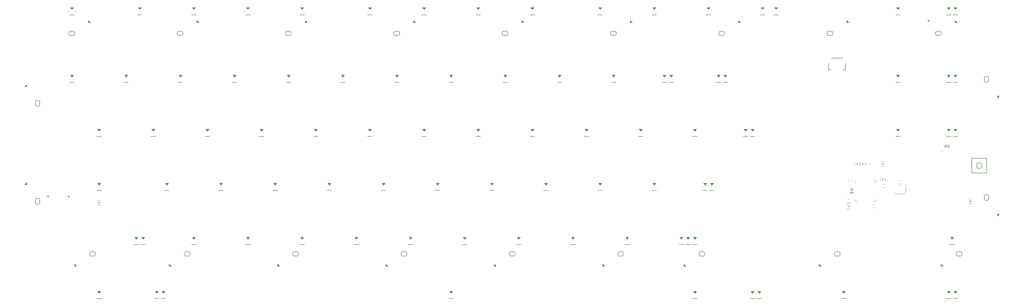
<source format=gbr>
%TF.GenerationSoftware,KiCad,Pcbnew,(5.1.10)-1*%
%TF.CreationDate,2021-12-21T07:20:54+07:00*%
%TF.ProjectId,solder,736f6c64-6572-42e6-9b69-6361645f7063,rev?*%
%TF.SameCoordinates,Original*%
%TF.FileFunction,Legend,Bot*%
%TF.FilePolarity,Positive*%
%FSLAX46Y46*%
G04 Gerber Fmt 4.6, Leading zero omitted, Abs format (unit mm)*
G04 Created by KiCad (PCBNEW (5.1.10)-1) date 2021-12-21 07:20:54*
%MOMM*%
%LPD*%
G01*
G04 APERTURE LIST*
%ADD10C,0.120000*%
%ADD11C,0.150000*%
%ADD12C,0.100000*%
G04 APERTURE END LIST*
D10*
%TO.C,U4*%
X339844349Y-76120690D02*
X339209349Y-76120690D01*
X339209349Y-76120690D02*
X339209349Y-76755690D01*
D11*
%TO.C,SW1*%
X353425296Y-81557881D02*
G75*
G03*
X353425296Y-81557881I-1000000J0D01*
G01*
X349825296Y-78957881D02*
X349825296Y-84157881D01*
X355025296Y-78957881D02*
X349825296Y-78957881D01*
X355025296Y-84157881D02*
X355025296Y-78957881D01*
X349825296Y-84157881D02*
X355025296Y-84157881D01*
D12*
%TO.C,R9*%
X42812536Y-94854767D02*
X42912536Y-94454767D01*
X43112536Y-94454767D02*
X43212536Y-94854767D01*
X42612536Y-94854767D02*
X42712536Y-94454767D01*
X42512536Y-94454767D02*
X42612536Y-94854767D01*
X42712536Y-94454767D02*
X42812536Y-94854767D01*
X42912536Y-94454767D02*
X43012536Y-94854767D01*
X43012536Y-94854767D02*
X43112536Y-94454767D01*
D10*
X42262536Y-95534767D02*
X43462536Y-95534767D01*
X43462536Y-93774767D02*
X42262536Y-93774767D01*
%TO.C,R8*%
X317892455Y-81842568D02*
X319092455Y-81842568D01*
X319092455Y-80082568D02*
X317892455Y-80082568D01*
D12*
X318342455Y-80762568D02*
X318242455Y-81162568D01*
X318442455Y-81162568D02*
X318342455Y-80762568D01*
X318642455Y-81162568D02*
X318542455Y-80762568D01*
X318842455Y-81162568D02*
X318742455Y-80762568D01*
X318742455Y-80762568D02*
X318642455Y-81162568D01*
X318242455Y-81162568D02*
X318142455Y-80762568D01*
X318542455Y-80762568D02*
X318442455Y-81162568D01*
%TO.C,D112*%
G36*
X67237656Y-116500096D02*
G01*
X68037656Y-116500096D01*
X68037656Y-117300096D01*
X67237656Y-116500096D01*
G37*
X67237656Y-116500096D02*
X68037656Y-116500096D01*
X68037656Y-117300096D01*
X67237656Y-116500096D01*
D11*
X72887656Y-112450096D02*
X72887656Y-112950096D01*
X74387656Y-111950096D02*
X73387656Y-111950096D01*
X74887656Y-112950096D02*
X74887656Y-112450096D01*
X73387656Y-113450096D02*
X74387656Y-113450096D01*
X74387656Y-113450096D02*
G75*
G03*
X74887656Y-112950096I0J500000D01*
G01*
X72887656Y-112950096D02*
G75*
G03*
X73387656Y-113450096I500000J0D01*
G01*
X73387656Y-111950096D02*
G75*
G03*
X72887656Y-112450096I0J-500000D01*
G01*
X74887656Y-112450096D02*
G75*
G03*
X74387656Y-111950096I-500000J0D01*
G01*
D12*
%TO.C,D111*%
G36*
X105337656Y-116500096D02*
G01*
X106137656Y-116500096D01*
X106137656Y-117300096D01*
X105337656Y-116500096D01*
G37*
X105337656Y-116500096D02*
X106137656Y-116500096D01*
X106137656Y-117300096D01*
X105337656Y-116500096D01*
D11*
X110987656Y-112450096D02*
X110987656Y-112950096D01*
X112487656Y-111950096D02*
X111487656Y-111950096D01*
X112987656Y-112950096D02*
X112987656Y-112450096D01*
X111487656Y-113450096D02*
X112487656Y-113450096D01*
X112487656Y-113450096D02*
G75*
G03*
X112987656Y-112950096I0J500000D01*
G01*
X110987656Y-112950096D02*
G75*
G03*
X111487656Y-113450096I500000J0D01*
G01*
X111487656Y-111950096D02*
G75*
G03*
X110987656Y-112450096I0J-500000D01*
G01*
X112987656Y-112450096D02*
G75*
G03*
X112487656Y-111950096I-500000J0D01*
G01*
D12*
%TO.C,D110*%
G36*
X143437656Y-116500096D02*
G01*
X144237656Y-116500096D01*
X144237656Y-117300096D01*
X143437656Y-116500096D01*
G37*
X143437656Y-116500096D02*
X144237656Y-116500096D01*
X144237656Y-117300096D01*
X143437656Y-116500096D01*
D11*
X149087656Y-112450096D02*
X149087656Y-112950096D01*
X150587656Y-111950096D02*
X149587656Y-111950096D01*
X151087656Y-112950096D02*
X151087656Y-112450096D01*
X149587656Y-113450096D02*
X150587656Y-113450096D01*
X150587656Y-113450096D02*
G75*
G03*
X151087656Y-112950096I0J500000D01*
G01*
X149087656Y-112950096D02*
G75*
G03*
X149587656Y-113450096I500000J0D01*
G01*
X149587656Y-111950096D02*
G75*
G03*
X149087656Y-112450096I0J-500000D01*
G01*
X151087656Y-112450096D02*
G75*
G03*
X150587656Y-111950096I-500000J0D01*
G01*
D12*
%TO.C,D109*%
G36*
X181537656Y-116500096D02*
G01*
X182337656Y-116500096D01*
X182337656Y-117300096D01*
X181537656Y-116500096D01*
G37*
X181537656Y-116500096D02*
X182337656Y-116500096D01*
X182337656Y-117300096D01*
X181537656Y-116500096D01*
D11*
X187187656Y-112450096D02*
X187187656Y-112950096D01*
X188687656Y-111950096D02*
X187687656Y-111950096D01*
X189187656Y-112950096D02*
X189187656Y-112450096D01*
X187687656Y-113450096D02*
X188687656Y-113450096D01*
X188687656Y-113450096D02*
G75*
G03*
X189187656Y-112950096I0J500000D01*
G01*
X187187656Y-112950096D02*
G75*
G03*
X187687656Y-113450096I500000J0D01*
G01*
X187687656Y-111950096D02*
G75*
G03*
X187187656Y-112450096I0J-500000D01*
G01*
X189187656Y-112450096D02*
G75*
G03*
X188687656Y-111950096I-500000J0D01*
G01*
D12*
%TO.C,D107*%
G36*
X219637688Y-116500096D02*
G01*
X220437688Y-116500096D01*
X220437688Y-117300096D01*
X219637688Y-116500096D01*
G37*
X219637688Y-116500096D02*
X220437688Y-116500096D01*
X220437688Y-117300096D01*
X219637688Y-116500096D01*
D11*
X225287688Y-112450096D02*
X225287688Y-112950096D01*
X226787688Y-111950096D02*
X225787688Y-111950096D01*
X227287688Y-112950096D02*
X227287688Y-112450096D01*
X225787688Y-113450096D02*
X226787688Y-113450096D01*
X226787688Y-113450096D02*
G75*
G03*
X227287688Y-112950096I0J500000D01*
G01*
X225287688Y-112950096D02*
G75*
G03*
X225787688Y-113450096I500000J0D01*
G01*
X225787688Y-111950096D02*
G75*
G03*
X225287688Y-112450096I0J-500000D01*
G01*
X227287688Y-112450096D02*
G75*
G03*
X226787688Y-111950096I-500000J0D01*
G01*
D12*
%TO.C,D106*%
G36*
X248212712Y-116500096D02*
G01*
X249012712Y-116500096D01*
X249012712Y-117300096D01*
X248212712Y-116500096D01*
G37*
X248212712Y-116500096D02*
X249012712Y-116500096D01*
X249012712Y-117300096D01*
X248212712Y-116500096D01*
D11*
X253862712Y-112450096D02*
X253862712Y-112950096D01*
X255362712Y-111950096D02*
X254362712Y-111950096D01*
X255862712Y-112950096D02*
X255862712Y-112450096D01*
X254362712Y-113450096D02*
X255362712Y-113450096D01*
X255362712Y-113450096D02*
G75*
G03*
X255862712Y-112950096I0J500000D01*
G01*
X253862712Y-112950096D02*
G75*
G03*
X254362712Y-113450096I500000J0D01*
G01*
X254362712Y-111950096D02*
G75*
G03*
X253862712Y-112450096I0J-500000D01*
G01*
X255862712Y-112450096D02*
G75*
G03*
X255362712Y-111950096I-500000J0D01*
G01*
D12*
%TO.C,D100*%
G36*
X295837752Y-116500096D02*
G01*
X296637752Y-116500096D01*
X296637752Y-117300096D01*
X295837752Y-116500096D01*
G37*
X295837752Y-116500096D02*
X296637752Y-116500096D01*
X296637752Y-117300096D01*
X295837752Y-116500096D01*
D11*
X301487752Y-112450096D02*
X301487752Y-112950096D01*
X302987752Y-111950096D02*
X301987752Y-111950096D01*
X303487752Y-112950096D02*
X303487752Y-112450096D01*
X301987752Y-113450096D02*
X302987752Y-113450096D01*
X302987752Y-113450096D02*
G75*
G03*
X303487752Y-112950096I0J500000D01*
G01*
X301487752Y-112950096D02*
G75*
G03*
X301987752Y-113450096I500000J0D01*
G01*
X301987752Y-111950096D02*
G75*
G03*
X301487752Y-112450096I0J-500000D01*
G01*
X303487752Y-112450096D02*
G75*
G03*
X302987752Y-111950096I-500000J0D01*
G01*
D12*
%TO.C,D99*%
G36*
X338700288Y-116500096D02*
G01*
X339500288Y-116500096D01*
X339500288Y-117300096D01*
X338700288Y-116500096D01*
G37*
X338700288Y-116500096D02*
X339500288Y-116500096D01*
X339500288Y-117300096D01*
X338700288Y-116500096D01*
D11*
X344350288Y-112450096D02*
X344350288Y-112950096D01*
X345850288Y-111950096D02*
X344850288Y-111950096D01*
X346350288Y-112950096D02*
X346350288Y-112450096D01*
X344850288Y-113450096D02*
X345850288Y-113450096D01*
X345850288Y-113450096D02*
G75*
G03*
X346350288Y-112950096I0J500000D01*
G01*
X344350288Y-112950096D02*
G75*
G03*
X344850288Y-113450096I500000J0D01*
G01*
X344850288Y-111950096D02*
G75*
G03*
X344350288Y-112450096I0J-500000D01*
G01*
X346350288Y-112450096D02*
G75*
G03*
X345850288Y-111950096I-500000J0D01*
G01*
D12*
%TO.C,D95*%
G36*
X358792487Y-99450080D02*
G01*
X358792487Y-98650080D01*
X359592487Y-98650080D01*
X358792487Y-99450080D01*
G37*
X358792487Y-99450080D02*
X358792487Y-98650080D01*
X359592487Y-98650080D01*
X358792487Y-99450080D01*
D11*
X354742487Y-93800080D02*
X355242487Y-93800080D01*
X354242487Y-92300080D02*
X354242487Y-93300080D01*
X355242487Y-91800080D02*
X354742487Y-91800080D01*
X355742487Y-93300080D02*
X355742487Y-92300080D01*
X355742487Y-92300080D02*
G75*
G03*
X355242487Y-91800080I-500000J0D01*
G01*
X355242487Y-93800080D02*
G75*
G03*
X355742487Y-93300080I0J500000D01*
G01*
X354242487Y-93300080D02*
G75*
G03*
X354742487Y-93800080I500000J0D01*
G01*
X354742487Y-91800080D02*
G75*
G03*
X354242487Y-92300080I0J-500000D01*
G01*
D12*
%TO.C,D94*%
G36*
X33900032Y-116500096D02*
G01*
X34700032Y-116500096D01*
X34700032Y-117300096D01*
X33900032Y-116500096D01*
G37*
X33900032Y-116500096D02*
X34700032Y-116500096D01*
X34700032Y-117300096D01*
X33900032Y-116500096D01*
D11*
X39550032Y-112450096D02*
X39550032Y-112950096D01*
X41050032Y-111950096D02*
X40050032Y-111950096D01*
X41550032Y-112950096D02*
X41550032Y-112450096D01*
X40050032Y-113450096D02*
X41050032Y-113450096D01*
X41050032Y-113450096D02*
G75*
G03*
X41550032Y-112950096I0J500000D01*
G01*
X39550032Y-112950096D02*
G75*
G03*
X40050032Y-113450096I500000J0D01*
G01*
X40050032Y-111950096D02*
G75*
G03*
X39550032Y-112450096I0J-500000D01*
G01*
X41550032Y-112450096D02*
G75*
G03*
X41050032Y-111950096I-500000J0D01*
G01*
D12*
%TO.C,D89*%
G36*
X17445329Y-87478202D02*
G01*
X17445329Y-88278202D01*
X16645329Y-88278202D01*
X17445329Y-87478202D01*
G37*
X17445329Y-87478202D02*
X17445329Y-88278202D01*
X16645329Y-88278202D01*
X17445329Y-87478202D01*
D11*
X21495329Y-93128202D02*
X20995329Y-93128202D01*
X21995329Y-94628202D02*
X21995329Y-93628202D01*
X20995329Y-95128202D02*
X21495329Y-95128202D01*
X20495329Y-93628202D02*
X20495329Y-94628202D01*
X20495329Y-94628202D02*
G75*
G03*
X20995329Y-95128202I500000J0D01*
G01*
X20995329Y-93128202D02*
G75*
G03*
X20495329Y-93628202I0J-500000D01*
G01*
X21995329Y-93628202D02*
G75*
G03*
X21495329Y-93128202I-500000J0D01*
G01*
X21495329Y-95128202D02*
G75*
G03*
X21995329Y-94628202I0J500000D01*
G01*
D12*
%TO.C,D88*%
G36*
X17445329Y-52950048D02*
G01*
X17445329Y-53750048D01*
X16645329Y-53750048D01*
X17445329Y-52950048D01*
G37*
X17445329Y-52950048D02*
X17445329Y-53750048D01*
X16645329Y-53750048D01*
X17445329Y-52950048D01*
D11*
X21495329Y-58600048D02*
X20995329Y-58600048D01*
X21995329Y-60100048D02*
X21995329Y-59100048D01*
X20995329Y-60600048D02*
X21495329Y-60600048D01*
X20495329Y-59100048D02*
X20495329Y-60100048D01*
X20495329Y-60100048D02*
G75*
G03*
X20995329Y-60600048I500000J0D01*
G01*
X20995329Y-58600048D02*
G75*
G03*
X20495329Y-59100048I0J-500000D01*
G01*
X21995329Y-59100048D02*
G75*
G03*
X21495329Y-58600048I-500000J0D01*
G01*
X21495329Y-60600048D02*
G75*
G03*
X21995329Y-60100048I0J500000D01*
G01*
D12*
%TO.C,D85*%
G36*
X39918780Y-31137528D02*
G01*
X39118780Y-31137528D01*
X39118780Y-30337528D01*
X39918780Y-31137528D01*
G37*
X39918780Y-31137528D02*
X39118780Y-31137528D01*
X39118780Y-30337528D01*
X39918780Y-31137528D01*
D11*
X34268780Y-35187528D02*
X34268780Y-34687528D01*
X32768780Y-35687528D02*
X33768780Y-35687528D01*
X32268780Y-34687528D02*
X32268780Y-35187528D01*
X33768780Y-34187528D02*
X32768780Y-34187528D01*
X32768780Y-34187528D02*
G75*
G03*
X32268780Y-34687528I0J-500000D01*
G01*
X34268780Y-34687528D02*
G75*
G03*
X33768780Y-34187528I-500000J0D01*
G01*
X33768780Y-35687528D02*
G75*
G03*
X34268780Y-35187528I0J500000D01*
G01*
X32268780Y-35187528D02*
G75*
G03*
X32768780Y-35687528I500000J0D01*
G01*
D12*
%TO.C,D76*%
G36*
X78018780Y-31137528D02*
G01*
X77218780Y-31137528D01*
X77218780Y-30337528D01*
X78018780Y-31137528D01*
G37*
X78018780Y-31137528D02*
X77218780Y-31137528D01*
X77218780Y-30337528D01*
X78018780Y-31137528D01*
D11*
X72368780Y-35187528D02*
X72368780Y-34687528D01*
X70868780Y-35687528D02*
X71868780Y-35687528D01*
X70368780Y-34687528D02*
X70368780Y-35187528D01*
X71868780Y-34187528D02*
X70868780Y-34187528D01*
X70868780Y-34187528D02*
G75*
G03*
X70368780Y-34687528I0J-500000D01*
G01*
X72368780Y-34687528D02*
G75*
G03*
X71868780Y-34187528I-500000J0D01*
G01*
X71868780Y-35687528D02*
G75*
G03*
X72368780Y-35187528I0J500000D01*
G01*
X70368780Y-35187528D02*
G75*
G03*
X70868780Y-35687528I500000J0D01*
G01*
D12*
%TO.C,D72*%
G36*
X116118780Y-31137528D02*
G01*
X115318780Y-31137528D01*
X115318780Y-30337528D01*
X116118780Y-31137528D01*
G37*
X116118780Y-31137528D02*
X115318780Y-31137528D01*
X115318780Y-30337528D01*
X116118780Y-31137528D01*
D11*
X110468780Y-35187528D02*
X110468780Y-34687528D01*
X108968780Y-35687528D02*
X109968780Y-35687528D01*
X108468780Y-34687528D02*
X108468780Y-35187528D01*
X109968780Y-34187528D02*
X108968780Y-34187528D01*
X108968780Y-34187528D02*
G75*
G03*
X108468780Y-34687528I0J-500000D01*
G01*
X110468780Y-34687528D02*
G75*
G03*
X109968780Y-34187528I-500000J0D01*
G01*
X109968780Y-35687528D02*
G75*
G03*
X110468780Y-35187528I0J500000D01*
G01*
X108468780Y-35187528D02*
G75*
G03*
X108968780Y-35687528I500000J0D01*
G01*
D12*
%TO.C,D66*%
G36*
X154218780Y-31137528D02*
G01*
X153418780Y-31137528D01*
X153418780Y-30337528D01*
X154218780Y-31137528D01*
G37*
X154218780Y-31137528D02*
X153418780Y-31137528D01*
X153418780Y-30337528D01*
X154218780Y-31137528D01*
D11*
X148568780Y-35187528D02*
X148568780Y-34687528D01*
X147068780Y-35687528D02*
X148068780Y-35687528D01*
X146568780Y-34687528D02*
X146568780Y-35187528D01*
X148068780Y-34187528D02*
X147068780Y-34187528D01*
X147068780Y-34187528D02*
G75*
G03*
X146568780Y-34687528I0J-500000D01*
G01*
X148568780Y-34687528D02*
G75*
G03*
X148068780Y-34187528I-500000J0D01*
G01*
X148068780Y-35687528D02*
G75*
G03*
X148568780Y-35187528I0J500000D01*
G01*
X146568780Y-35187528D02*
G75*
G03*
X147068780Y-35687528I500000J0D01*
G01*
D12*
%TO.C,D60*%
G36*
X192318780Y-31137528D02*
G01*
X191518780Y-31137528D01*
X191518780Y-30337528D01*
X192318780Y-31137528D01*
G37*
X192318780Y-31137528D02*
X191518780Y-31137528D01*
X191518780Y-30337528D01*
X192318780Y-31137528D01*
D11*
X186668780Y-35187528D02*
X186668780Y-34687528D01*
X185168780Y-35687528D02*
X186168780Y-35687528D01*
X184668780Y-34687528D02*
X184668780Y-35187528D01*
X186168780Y-34187528D02*
X185168780Y-34187528D01*
X185168780Y-34187528D02*
G75*
G03*
X184668780Y-34687528I0J-500000D01*
G01*
X186668780Y-34687528D02*
G75*
G03*
X186168780Y-34187528I-500000J0D01*
G01*
X186168780Y-35687528D02*
G75*
G03*
X186668780Y-35187528I0J500000D01*
G01*
X184668780Y-35187528D02*
G75*
G03*
X185168780Y-35687528I500000J0D01*
G01*
D12*
%TO.C,D54*%
G36*
X230418780Y-31137528D02*
G01*
X229618780Y-31137528D01*
X229618780Y-30337528D01*
X230418780Y-31137528D01*
G37*
X230418780Y-31137528D02*
X229618780Y-31137528D01*
X229618780Y-30337528D01*
X230418780Y-31137528D01*
D11*
X224768780Y-35187528D02*
X224768780Y-34687528D01*
X223268780Y-35687528D02*
X224268780Y-35687528D01*
X222768780Y-34687528D02*
X222768780Y-35187528D01*
X224268780Y-34187528D02*
X223268780Y-34187528D01*
X223268780Y-34187528D02*
G75*
G03*
X222768780Y-34687528I0J-500000D01*
G01*
X224768780Y-34687528D02*
G75*
G03*
X224268780Y-34187528I-500000J0D01*
G01*
X224268780Y-35687528D02*
G75*
G03*
X224768780Y-35187528I0J500000D01*
G01*
X222768780Y-35187528D02*
G75*
G03*
X223268780Y-35687528I500000J0D01*
G01*
D12*
%TO.C,D42*%
G36*
X268518780Y-31137528D02*
G01*
X267718780Y-31137528D01*
X267718780Y-30337528D01*
X268518780Y-31137528D01*
G37*
X268518780Y-31137528D02*
X267718780Y-31137528D01*
X267718780Y-30337528D01*
X268518780Y-31137528D01*
D11*
X262868780Y-35187528D02*
X262868780Y-34687528D01*
X261368780Y-35687528D02*
X262368780Y-35687528D01*
X260868780Y-34687528D02*
X260868780Y-35187528D01*
X262368780Y-34187528D02*
X261368780Y-34187528D01*
X261368780Y-34187528D02*
G75*
G03*
X260868780Y-34687528I0J-500000D01*
G01*
X262868780Y-34687528D02*
G75*
G03*
X262368780Y-34187528I-500000J0D01*
G01*
X262368780Y-35687528D02*
G75*
G03*
X262868780Y-35187528I0J500000D01*
G01*
X260868780Y-35187528D02*
G75*
G03*
X261368780Y-35687528I500000J0D01*
G01*
D12*
%TO.C,D36*%
G36*
X306618780Y-31137528D02*
G01*
X305818780Y-31137528D01*
X305818780Y-30337528D01*
X306618780Y-31137528D01*
G37*
X306618780Y-31137528D02*
X305818780Y-31137528D01*
X305818780Y-30337528D01*
X306618780Y-31137528D01*
D11*
X300968780Y-35187528D02*
X300968780Y-34687528D01*
X299468780Y-35687528D02*
X300468780Y-35687528D01*
X298968780Y-34687528D02*
X298968780Y-35187528D01*
X300468780Y-34187528D02*
X299468780Y-34187528D01*
X299468780Y-34187528D02*
G75*
G03*
X298968780Y-34687528I0J-500000D01*
G01*
X300968780Y-34687528D02*
G75*
G03*
X300468780Y-34187528I-500000J0D01*
G01*
X300468780Y-35687528D02*
G75*
G03*
X300968780Y-35187528I0J500000D01*
G01*
X298968780Y-35187528D02*
G75*
G03*
X299468780Y-35687528I500000J0D01*
G01*
D12*
%TO.C,D30*%
G36*
X344718780Y-31137528D02*
G01*
X343918780Y-31137528D01*
X343918780Y-30337528D01*
X344718780Y-31137528D01*
G37*
X344718780Y-31137528D02*
X343918780Y-31137528D01*
X343918780Y-30337528D01*
X344718780Y-31137528D01*
D11*
X339068780Y-35187528D02*
X339068780Y-34687528D01*
X337568780Y-35687528D02*
X338568780Y-35687528D01*
X337068780Y-34687528D02*
X337068780Y-35187528D01*
X338568780Y-34187528D02*
X337568780Y-34187528D01*
X337568780Y-34187528D02*
G75*
G03*
X337068780Y-34687528I0J-500000D01*
G01*
X339068780Y-34687528D02*
G75*
G03*
X338568780Y-34187528I-500000J0D01*
G01*
X338568780Y-35687528D02*
G75*
G03*
X339068780Y-35187528I0J500000D01*
G01*
X337068780Y-35187528D02*
G75*
G03*
X337568780Y-35687528I500000J0D01*
G01*
%TO.C,D24*%
X355742487Y-51628170D02*
X355742487Y-50628170D01*
X355242487Y-50128170D02*
X354742487Y-50128170D01*
X354242487Y-50628170D02*
X354242487Y-51628170D01*
X354742487Y-52128170D02*
X355242487Y-52128170D01*
D12*
G36*
X358792487Y-57778170D02*
G01*
X358792487Y-56978170D01*
X359592487Y-56978170D01*
X358792487Y-57778170D01*
G37*
X358792487Y-57778170D02*
X358792487Y-56978170D01*
X359592487Y-56978170D01*
X358792487Y-57778170D01*
D11*
X354742487Y-50128170D02*
G75*
G03*
X354242487Y-50628170I0J-500000D01*
G01*
X354242487Y-51628170D02*
G75*
G03*
X354742487Y-52128170I500000J0D01*
G01*
X355242487Y-52128170D02*
G75*
G03*
X355742487Y-51628170I0J500000D01*
G01*
X355742487Y-50628170D02*
G75*
G03*
X355242487Y-50128170I-500000J0D01*
G01*
D12*
%TO.C,R7*%
X349258105Y-93859454D02*
X349158105Y-94259454D01*
X348958105Y-94259454D02*
X348858105Y-93859454D01*
X349458105Y-93859454D02*
X349358105Y-94259454D01*
X349558105Y-94259454D02*
X349458105Y-93859454D01*
X349358105Y-94259454D02*
X349258105Y-93859454D01*
X349158105Y-94259454D02*
X349058105Y-93859454D01*
X349058105Y-93859454D02*
X348958105Y-94259454D01*
D10*
X349808105Y-93179454D02*
X348608105Y-93179454D01*
X348608105Y-94939454D02*
X349808105Y-94939454D01*
D12*
%TO.C,D108*%
G36*
X344090914Y-126606356D02*
G01*
X344690914Y-125806356D01*
X343490914Y-125806356D01*
X344090914Y-126606356D01*
G37*
X344090914Y-126606356D02*
X344690914Y-125806356D01*
X343490914Y-125806356D01*
X344090914Y-126606356D01*
D11*
X343290914Y-128406356D02*
X344890914Y-128406356D01*
D12*
%TO.C,D105*%
G36*
X344090914Y-69456308D02*
G01*
X344690914Y-68656308D01*
X343490914Y-68656308D01*
X344090914Y-69456308D01*
G37*
X344090914Y-69456308D02*
X344690914Y-68656308D01*
X343490914Y-68656308D01*
X344090914Y-69456308D01*
D11*
X343290914Y-71256308D02*
X344890914Y-71256308D01*
D12*
%TO.C,D104*%
G36*
X344090914Y-50406292D02*
G01*
X344690914Y-49606292D01*
X343490914Y-49606292D01*
X344090914Y-50406292D01*
G37*
X344090914Y-50406292D02*
X344690914Y-49606292D01*
X343490914Y-49606292D01*
X344090914Y-50406292D01*
D11*
X343290914Y-52206292D02*
X344890914Y-52206292D01*
D12*
%TO.C,D103*%
G36*
X344090625Y-26593750D02*
G01*
X344690625Y-25793750D01*
X343490625Y-25793750D01*
X344090625Y-26593750D01*
G37*
X344090625Y-26593750D02*
X344690625Y-25793750D01*
X343490625Y-25793750D01*
X344090625Y-26593750D01*
D11*
X343290625Y-28393750D02*
X344890625Y-28393750D01*
D12*
%TO.C,D102*%
G36*
X341709662Y-126606356D02*
G01*
X342309662Y-125806356D01*
X341109662Y-125806356D01*
X341709662Y-126606356D01*
G37*
X341709662Y-126606356D02*
X342309662Y-125806356D01*
X341109662Y-125806356D01*
X341709662Y-126606356D01*
D11*
X340909662Y-128406356D02*
X342509662Y-128406356D01*
D12*
%TO.C,D101*%
G36*
X342900288Y-107556340D02*
G01*
X343500288Y-106756340D01*
X342300288Y-106756340D01*
X342900288Y-107556340D01*
G37*
X342900288Y-107556340D02*
X343500288Y-106756340D01*
X342300288Y-106756340D01*
X342900288Y-107556340D01*
D11*
X342100288Y-109356340D02*
X343700288Y-109356340D01*
D12*
%TO.C,D98*%
G36*
X341709662Y-50406292D02*
G01*
X342309662Y-49606292D01*
X341109662Y-49606292D01*
X341709662Y-50406292D01*
G37*
X341709662Y-50406292D02*
X342309662Y-49606292D01*
X341109662Y-49606292D01*
X341709662Y-50406292D01*
D11*
X340909662Y-52206292D02*
X342509662Y-52206292D01*
D12*
%TO.C,D97*%
G36*
X341709375Y-26593750D02*
G01*
X342309375Y-25793750D01*
X341109375Y-25793750D01*
X341709375Y-26593750D01*
G37*
X341709375Y-26593750D02*
X342309375Y-25793750D01*
X341109375Y-25793750D01*
X341709375Y-26593750D01*
D11*
X340909375Y-28393750D02*
X342509375Y-28393750D01*
D12*
%TO.C,D96*%
G36*
X304800256Y-126606356D02*
G01*
X305400256Y-125806356D01*
X304200256Y-125806356D01*
X304800256Y-126606356D01*
G37*
X304800256Y-126606356D02*
X305400256Y-125806356D01*
X304200256Y-125806356D01*
X304800256Y-126606356D01*
D11*
X304000256Y-128406356D02*
X305600256Y-128406356D01*
D12*
%TO.C,D93*%
G36*
X323850272Y-69456308D02*
G01*
X324450272Y-68656308D01*
X323250272Y-68656308D01*
X323850272Y-69456308D01*
G37*
X323850272Y-69456308D02*
X324450272Y-68656308D01*
X323250272Y-68656308D01*
X323850272Y-69456308D01*
D11*
X323050272Y-71256308D02*
X324650272Y-71256308D01*
D12*
%TO.C,D92*%
G36*
X323850272Y-50406292D02*
G01*
X324450272Y-49606292D01*
X323250272Y-49606292D01*
X323850272Y-50406292D01*
G37*
X323850272Y-50406292D02*
X324450272Y-49606292D01*
X323250272Y-49606292D01*
X323850272Y-50406292D01*
D11*
X323050272Y-52206292D02*
X324650272Y-52206292D01*
D12*
%TO.C,D91*%
G36*
X323850000Y-26593750D02*
G01*
X324450000Y-25793750D01*
X323250000Y-25793750D01*
X323850000Y-26593750D01*
G37*
X323850000Y-26593750D02*
X324450000Y-25793750D01*
X323250000Y-25793750D01*
X323850000Y-26593750D01*
D11*
X323050000Y-28393750D02*
X324650000Y-28393750D01*
D12*
%TO.C,D90*%
G36*
X275034606Y-126606356D02*
G01*
X275634606Y-125806356D01*
X274434606Y-125806356D01*
X275034606Y-126606356D01*
G37*
X275034606Y-126606356D02*
X275634606Y-125806356D01*
X274434606Y-125806356D01*
X275034606Y-126606356D01*
D11*
X274234606Y-128406356D02*
X275834606Y-128406356D01*
D12*
%TO.C,D87*%
G36*
X341709662Y-69456308D02*
G01*
X342309662Y-68656308D01*
X341109662Y-68656308D01*
X341709662Y-69456308D01*
G37*
X341709662Y-69456308D02*
X342309662Y-68656308D01*
X341109662Y-68656308D01*
X341709662Y-69456308D01*
D11*
X340909662Y-71256308D02*
X342509662Y-71256308D01*
D12*
%TO.C,D86*%
G36*
X263128346Y-50406292D02*
G01*
X263728346Y-49606292D01*
X262528346Y-49606292D01*
X263128346Y-50406292D01*
G37*
X263128346Y-50406292D02*
X263728346Y-49606292D01*
X262528346Y-49606292D01*
X263128346Y-50406292D01*
D11*
X262328346Y-52206292D02*
X263928346Y-52206292D01*
D12*
%TO.C,D84*%
G36*
X272653354Y-126606356D02*
G01*
X273253354Y-125806356D01*
X272053354Y-125806356D01*
X272653354Y-126606356D01*
G37*
X272653354Y-126606356D02*
X273253354Y-125806356D01*
X272053354Y-125806356D01*
X272653354Y-126606356D01*
D11*
X271853354Y-128406356D02*
X273453354Y-128406356D01*
D12*
%TO.C,D83*%
G36*
X252412712Y-107556340D02*
G01*
X253012712Y-106756340D01*
X251812712Y-106756340D01*
X252412712Y-107556340D01*
G37*
X252412712Y-107556340D02*
X253012712Y-106756340D01*
X251812712Y-106756340D01*
X252412712Y-107556340D01*
D11*
X251612712Y-109356340D02*
X253212712Y-109356340D01*
D12*
%TO.C,D82*%
G36*
X258365842Y-88506324D02*
G01*
X258965842Y-87706324D01*
X257765842Y-87706324D01*
X258365842Y-88506324D01*
G37*
X258365842Y-88506324D02*
X258965842Y-87706324D01*
X257765842Y-87706324D01*
X258365842Y-88506324D01*
D11*
X257565842Y-90306324D02*
X259165842Y-90306324D01*
D12*
%TO.C,D81*%
G36*
X272653354Y-69456308D02*
G01*
X273253354Y-68656308D01*
X272053354Y-68656308D01*
X272653354Y-69456308D01*
G37*
X272653354Y-69456308D02*
X273253354Y-68656308D01*
X272053354Y-68656308D01*
X272653354Y-69456308D01*
D11*
X271853354Y-71256308D02*
X273453354Y-71256308D01*
D12*
%TO.C,D80*%
G36*
X260747094Y-50406292D02*
G01*
X261347094Y-49606292D01*
X260147094Y-49606292D01*
X260747094Y-50406292D01*
G37*
X260747094Y-50406292D02*
X261347094Y-49606292D01*
X260147094Y-49606292D01*
X260747094Y-50406292D01*
D11*
X259947094Y-52206292D02*
X261547094Y-52206292D01*
D12*
%TO.C,D79*%
G36*
X280987500Y-26593750D02*
G01*
X281587500Y-25793750D01*
X280387500Y-25793750D01*
X280987500Y-26593750D01*
G37*
X280987500Y-26593750D02*
X281587500Y-25793750D01*
X280387500Y-25793750D01*
X280987500Y-26593750D01*
D11*
X280187500Y-28393750D02*
X281787500Y-28393750D01*
D12*
%TO.C,D78*%
G36*
X252412712Y-126606356D02*
G01*
X253012712Y-125806356D01*
X251812712Y-125806356D01*
X252412712Y-126606356D01*
G37*
X252412712Y-126606356D02*
X253012712Y-125806356D01*
X251812712Y-125806356D01*
X252412712Y-126606356D01*
D11*
X251612712Y-128406356D02*
X253212712Y-128406356D01*
D12*
%TO.C,D77*%
G36*
X250031460Y-107556340D02*
G01*
X250631460Y-106756340D01*
X249431460Y-106756340D01*
X250031460Y-107556340D01*
G37*
X250031460Y-107556340D02*
X250631460Y-106756340D01*
X249431460Y-106756340D01*
X250031460Y-107556340D01*
D11*
X249231460Y-109356340D02*
X250831460Y-109356340D01*
D12*
%TO.C,D75*%
G36*
X270272102Y-69456308D02*
G01*
X270872102Y-68656308D01*
X269672102Y-68656308D01*
X270272102Y-69456308D01*
G37*
X270272102Y-69456308D02*
X270872102Y-68656308D01*
X269672102Y-68656308D01*
X270272102Y-69456308D01*
D11*
X269472102Y-71256308D02*
X271072102Y-71256308D01*
D12*
%TO.C,D74*%
G36*
X244078330Y-50406292D02*
G01*
X244678330Y-49606292D01*
X243478330Y-49606292D01*
X244078330Y-50406292D01*
G37*
X244078330Y-50406292D02*
X244678330Y-49606292D01*
X243478330Y-49606292D01*
X244078330Y-50406292D01*
D11*
X243278330Y-52206292D02*
X244878330Y-52206292D01*
D12*
%TO.C,D73*%
G36*
X276225000Y-26593750D02*
G01*
X276825000Y-25793750D01*
X275625000Y-25793750D01*
X276225000Y-26593750D01*
G37*
X276225000Y-26593750D02*
X276825000Y-25793750D01*
X275625000Y-25793750D01*
X276225000Y-26593750D01*
D11*
X275425000Y-28393750D02*
X277025000Y-28393750D01*
D12*
%TO.C,D71*%
G36*
X247650208Y-107556340D02*
G01*
X248250208Y-106756340D01*
X247050208Y-106756340D01*
X247650208Y-107556340D01*
G37*
X247650208Y-107556340D02*
X248250208Y-106756340D01*
X247050208Y-106756340D01*
X247650208Y-107556340D01*
D11*
X246850208Y-109356340D02*
X248450208Y-109356340D01*
D12*
%TO.C,D70*%
G36*
X255984590Y-88506324D02*
G01*
X256584590Y-87706324D01*
X255384590Y-87706324D01*
X255984590Y-88506324D01*
G37*
X255984590Y-88506324D02*
X256584590Y-87706324D01*
X255384590Y-87706324D01*
X255984590Y-88506324D01*
D11*
X255184590Y-90306324D02*
X256784590Y-90306324D01*
D12*
%TO.C,D69*%
G36*
X252412712Y-69456308D02*
G01*
X253012712Y-68656308D01*
X251812712Y-68656308D01*
X252412712Y-69456308D01*
G37*
X252412712Y-69456308D02*
X253012712Y-68656308D01*
X251812712Y-68656308D01*
X252412712Y-69456308D01*
D11*
X251612712Y-71256308D02*
X253212712Y-71256308D01*
D12*
%TO.C,D68*%
G36*
X241697078Y-50406292D02*
G01*
X242297078Y-49606292D01*
X241097078Y-49606292D01*
X241697078Y-50406292D01*
G37*
X241697078Y-50406292D02*
X242297078Y-49606292D01*
X241097078Y-49606292D01*
X241697078Y-50406292D01*
D11*
X240897078Y-52206292D02*
X242497078Y-52206292D01*
D12*
%TO.C,D67*%
G36*
X257175000Y-26593750D02*
G01*
X257775000Y-25793750D01*
X256575000Y-25793750D01*
X257175000Y-26593750D01*
G37*
X257175000Y-26593750D02*
X257775000Y-25793750D01*
X256575000Y-25793750D01*
X257175000Y-26593750D01*
D11*
X256375000Y-28393750D02*
X257975000Y-28393750D01*
D12*
%TO.C,D65*%
G36*
X228600192Y-107556340D02*
G01*
X229200192Y-106756340D01*
X228000192Y-106756340D01*
X228600192Y-107556340D01*
G37*
X228600192Y-107556340D02*
X229200192Y-106756340D01*
X228000192Y-106756340D01*
X228600192Y-107556340D01*
D11*
X227800192Y-109356340D02*
X229400192Y-109356340D01*
D12*
%TO.C,D64*%
G36*
X238125200Y-88506324D02*
G01*
X238725200Y-87706324D01*
X237525200Y-87706324D01*
X238125200Y-88506324D01*
G37*
X238125200Y-88506324D02*
X238725200Y-87706324D01*
X237525200Y-87706324D01*
X238125200Y-88506324D01*
D11*
X237325200Y-90306324D02*
X238925200Y-90306324D01*
D12*
%TO.C,D63*%
G36*
X233362696Y-69456308D02*
G01*
X233962696Y-68656308D01*
X232762696Y-68656308D01*
X233362696Y-69456308D01*
G37*
X233362696Y-69456308D02*
X233962696Y-68656308D01*
X232762696Y-68656308D01*
X233362696Y-69456308D01*
D11*
X232562696Y-71256308D02*
X234162696Y-71256308D01*
D12*
%TO.C,D62*%
G36*
X223837688Y-50406292D02*
G01*
X224437688Y-49606292D01*
X223237688Y-49606292D01*
X223837688Y-50406292D01*
G37*
X223837688Y-50406292D02*
X224437688Y-49606292D01*
X223237688Y-49606292D01*
X223837688Y-50406292D01*
D11*
X223037688Y-52206292D02*
X224637688Y-52206292D01*
D12*
%TO.C,D61*%
G36*
X238125000Y-26593750D02*
G01*
X238725000Y-25793750D01*
X237525000Y-25793750D01*
X238125000Y-26593750D01*
G37*
X238125000Y-26593750D02*
X238725000Y-25793750D01*
X237525000Y-25793750D01*
X238125000Y-26593750D01*
D11*
X237325000Y-28393750D02*
X238925000Y-28393750D01*
D12*
%TO.C,D59*%
G36*
X209550176Y-107556340D02*
G01*
X210150176Y-106756340D01*
X208950176Y-106756340D01*
X209550176Y-107556340D01*
G37*
X209550176Y-107556340D02*
X210150176Y-106756340D01*
X208950176Y-106756340D01*
X209550176Y-107556340D01*
D11*
X208750176Y-109356340D02*
X210350176Y-109356340D01*
D12*
%TO.C,D58*%
G36*
X219075184Y-88506324D02*
G01*
X219675184Y-87706324D01*
X218475184Y-87706324D01*
X219075184Y-88506324D01*
G37*
X219075184Y-88506324D02*
X219675184Y-87706324D01*
X218475184Y-87706324D01*
X219075184Y-88506324D01*
D11*
X218275184Y-90306324D02*
X219875184Y-90306324D01*
D12*
%TO.C,D57*%
G36*
X214312680Y-69456308D02*
G01*
X214912680Y-68656308D01*
X213712680Y-68656308D01*
X214312680Y-69456308D01*
G37*
X214312680Y-69456308D02*
X214912680Y-68656308D01*
X213712680Y-68656308D01*
X214312680Y-69456308D01*
D11*
X213512680Y-71256308D02*
X215112680Y-71256308D01*
D12*
%TO.C,D56*%
G36*
X204787672Y-50406292D02*
G01*
X205387672Y-49606292D01*
X204187672Y-49606292D01*
X204787672Y-50406292D01*
G37*
X204787672Y-50406292D02*
X205387672Y-49606292D01*
X204187672Y-49606292D01*
X204787672Y-50406292D01*
D11*
X203987672Y-52206292D02*
X205587672Y-52206292D01*
D12*
%TO.C,D55*%
G36*
X219075000Y-26593750D02*
G01*
X219675000Y-25793750D01*
X218475000Y-25793750D01*
X219075000Y-26593750D01*
G37*
X219075000Y-26593750D02*
X219675000Y-25793750D01*
X218475000Y-25793750D01*
X219075000Y-26593750D01*
D11*
X218275000Y-28393750D02*
X219875000Y-28393750D01*
D12*
%TO.C,D53*%
G36*
X190500160Y-107556340D02*
G01*
X191100160Y-106756340D01*
X189900160Y-106756340D01*
X190500160Y-107556340D01*
G37*
X190500160Y-107556340D02*
X191100160Y-106756340D01*
X189900160Y-106756340D01*
X190500160Y-107556340D01*
D11*
X189700160Y-109356340D02*
X191300160Y-109356340D01*
D12*
%TO.C,D52*%
G36*
X200025168Y-88506324D02*
G01*
X200625168Y-87706324D01*
X199425168Y-87706324D01*
X200025168Y-88506324D01*
G37*
X200025168Y-88506324D02*
X200625168Y-87706324D01*
X199425168Y-87706324D01*
X200025168Y-88506324D01*
D11*
X199225168Y-90306324D02*
X200825168Y-90306324D01*
D12*
%TO.C,D51*%
G36*
X195262664Y-69456308D02*
G01*
X195862664Y-68656308D01*
X194662664Y-68656308D01*
X195262664Y-69456308D01*
G37*
X195262664Y-69456308D02*
X195862664Y-68656308D01*
X194662664Y-68656308D01*
X195262664Y-69456308D01*
D11*
X194462664Y-71256308D02*
X196062664Y-71256308D01*
D12*
%TO.C,D50*%
G36*
X185737656Y-50406292D02*
G01*
X186337656Y-49606292D01*
X185137656Y-49606292D01*
X185737656Y-50406292D01*
G37*
X185737656Y-50406292D02*
X186337656Y-49606292D01*
X185137656Y-49606292D01*
X185737656Y-50406292D01*
D11*
X184937656Y-52206292D02*
X186537656Y-52206292D01*
D12*
%TO.C,D49*%
G36*
X195262500Y-26593750D02*
G01*
X195862500Y-25793750D01*
X194662500Y-25793750D01*
X195262500Y-26593750D01*
G37*
X195262500Y-26593750D02*
X195862500Y-25793750D01*
X194662500Y-25793750D01*
X195262500Y-26593750D01*
D11*
X194462500Y-28393750D02*
X196062500Y-28393750D01*
D12*
%TO.C,D48*%
G36*
X166687640Y-126606356D02*
G01*
X167287640Y-125806356D01*
X166087640Y-125806356D01*
X166687640Y-126606356D01*
G37*
X166687640Y-126606356D02*
X167287640Y-125806356D01*
X166087640Y-125806356D01*
X166687640Y-126606356D01*
D11*
X165887640Y-128406356D02*
X167487640Y-128406356D01*
D12*
%TO.C,D47*%
G36*
X171450144Y-107556340D02*
G01*
X172050144Y-106756340D01*
X170850144Y-106756340D01*
X171450144Y-107556340D01*
G37*
X171450144Y-107556340D02*
X172050144Y-106756340D01*
X170850144Y-106756340D01*
X171450144Y-107556340D01*
D11*
X170650144Y-109356340D02*
X172250144Y-109356340D01*
D12*
%TO.C,D46*%
G36*
X180975152Y-88506324D02*
G01*
X181575152Y-87706324D01*
X180375152Y-87706324D01*
X180975152Y-88506324D01*
G37*
X180975152Y-88506324D02*
X181575152Y-87706324D01*
X180375152Y-87706324D01*
X180975152Y-88506324D01*
D11*
X180175152Y-90306324D02*
X181775152Y-90306324D01*
D12*
%TO.C,D45*%
G36*
X176212648Y-69456308D02*
G01*
X176812648Y-68656308D01*
X175612648Y-68656308D01*
X176212648Y-69456308D01*
G37*
X176212648Y-69456308D02*
X176812648Y-68656308D01*
X175612648Y-68656308D01*
X176212648Y-69456308D01*
D11*
X175412648Y-71256308D02*
X177012648Y-71256308D01*
D12*
%TO.C,D44*%
G36*
X166687640Y-50406292D02*
G01*
X167287640Y-49606292D01*
X166087640Y-49606292D01*
X166687640Y-50406292D01*
G37*
X166687640Y-50406292D02*
X167287640Y-49606292D01*
X166087640Y-49606292D01*
X166687640Y-50406292D01*
D11*
X165887640Y-52206292D02*
X167487640Y-52206292D01*
D12*
%TO.C,D43*%
G36*
X176212500Y-26593750D02*
G01*
X176812500Y-25793750D01*
X175612500Y-25793750D01*
X176212500Y-26593750D01*
G37*
X176212500Y-26593750D02*
X176812500Y-25793750D01*
X175612500Y-25793750D01*
X176212500Y-26593750D01*
D11*
X175412500Y-28393750D02*
X177012500Y-28393750D01*
D12*
%TO.C,D41*%
G36*
X152400128Y-107556340D02*
G01*
X153000128Y-106756340D01*
X151800128Y-106756340D01*
X152400128Y-107556340D01*
G37*
X152400128Y-107556340D02*
X153000128Y-106756340D01*
X151800128Y-106756340D01*
X152400128Y-107556340D01*
D11*
X151600128Y-109356340D02*
X153200128Y-109356340D01*
D12*
%TO.C,D40*%
G36*
X161925136Y-88506324D02*
G01*
X162525136Y-87706324D01*
X161325136Y-87706324D01*
X161925136Y-88506324D01*
G37*
X161925136Y-88506324D02*
X162525136Y-87706324D01*
X161325136Y-87706324D01*
X161925136Y-88506324D01*
D11*
X161125136Y-90306324D02*
X162725136Y-90306324D01*
D12*
%TO.C,D39*%
G36*
X157162632Y-69456308D02*
G01*
X157762632Y-68656308D01*
X156562632Y-68656308D01*
X157162632Y-69456308D01*
G37*
X157162632Y-69456308D02*
X157762632Y-68656308D01*
X156562632Y-68656308D01*
X157162632Y-69456308D01*
D11*
X156362632Y-71256308D02*
X157962632Y-71256308D01*
D12*
%TO.C,D38*%
G36*
X147637624Y-50406292D02*
G01*
X148237624Y-49606292D01*
X147037624Y-49606292D01*
X147637624Y-50406292D01*
G37*
X147637624Y-50406292D02*
X148237624Y-49606292D01*
X147037624Y-49606292D01*
X147637624Y-50406292D01*
D11*
X146837624Y-52206292D02*
X148437624Y-52206292D01*
D12*
%TO.C,D37*%
G36*
X157162500Y-26593750D02*
G01*
X157762500Y-25793750D01*
X156562500Y-25793750D01*
X157162500Y-26593750D01*
G37*
X157162500Y-26593750D02*
X157762500Y-25793750D01*
X156562500Y-25793750D01*
X157162500Y-26593750D01*
D11*
X156362500Y-28393750D02*
X157962500Y-28393750D01*
D12*
%TO.C,D35*%
G36*
X133350112Y-107556340D02*
G01*
X133950112Y-106756340D01*
X132750112Y-106756340D01*
X133350112Y-107556340D01*
G37*
X133350112Y-107556340D02*
X133950112Y-106756340D01*
X132750112Y-106756340D01*
X133350112Y-107556340D01*
D11*
X132550112Y-109356340D02*
X134150112Y-109356340D01*
D12*
%TO.C,D34*%
G36*
X142875120Y-88506324D02*
G01*
X143475120Y-87706324D01*
X142275120Y-87706324D01*
X142875120Y-88506324D01*
G37*
X142875120Y-88506324D02*
X143475120Y-87706324D01*
X142275120Y-87706324D01*
X142875120Y-88506324D01*
D11*
X142075120Y-90306324D02*
X143675120Y-90306324D01*
D12*
%TO.C,D33*%
G36*
X138112616Y-69456308D02*
G01*
X138712616Y-68656308D01*
X137512616Y-68656308D01*
X138112616Y-69456308D01*
G37*
X138112616Y-69456308D02*
X138712616Y-68656308D01*
X137512616Y-68656308D01*
X138112616Y-69456308D01*
D11*
X137312616Y-71256308D02*
X138912616Y-71256308D01*
D12*
%TO.C,D32*%
G36*
X128587608Y-50406292D02*
G01*
X129187608Y-49606292D01*
X127987608Y-49606292D01*
X128587608Y-50406292D01*
G37*
X128587608Y-50406292D02*
X129187608Y-49606292D01*
X127987608Y-49606292D01*
X128587608Y-50406292D01*
D11*
X127787608Y-52206292D02*
X129387608Y-52206292D01*
D12*
%TO.C,D31*%
G36*
X138112500Y-26593750D02*
G01*
X138712500Y-25793750D01*
X137512500Y-25793750D01*
X138112500Y-26593750D01*
G37*
X138112500Y-26593750D02*
X138712500Y-25793750D01*
X137512500Y-25793750D01*
X138112500Y-26593750D01*
D11*
X137312500Y-28393750D02*
X138912500Y-28393750D01*
D12*
%TO.C,D29*%
G36*
X114300096Y-107556340D02*
G01*
X114900096Y-106756340D01*
X113700096Y-106756340D01*
X114300096Y-107556340D01*
G37*
X114300096Y-107556340D02*
X114900096Y-106756340D01*
X113700096Y-106756340D01*
X114300096Y-107556340D01*
D11*
X113500096Y-109356340D02*
X115100096Y-109356340D01*
D12*
%TO.C,D28*%
G36*
X123825104Y-88506324D02*
G01*
X124425104Y-87706324D01*
X123225104Y-87706324D01*
X123825104Y-88506324D01*
G37*
X123825104Y-88506324D02*
X124425104Y-87706324D01*
X123225104Y-87706324D01*
X123825104Y-88506324D01*
D11*
X123025104Y-90306324D02*
X124625104Y-90306324D01*
D12*
%TO.C,D27*%
G36*
X119062600Y-69456308D02*
G01*
X119662600Y-68656308D01*
X118462600Y-68656308D01*
X119062600Y-69456308D01*
G37*
X119062600Y-69456308D02*
X119662600Y-68656308D01*
X118462600Y-68656308D01*
X119062600Y-69456308D01*
D11*
X118262600Y-71256308D02*
X119862600Y-71256308D01*
D12*
%TO.C,D26*%
G36*
X109537592Y-50406292D02*
G01*
X110137592Y-49606292D01*
X108937592Y-49606292D01*
X109537592Y-50406292D01*
G37*
X109537592Y-50406292D02*
X110137592Y-49606292D01*
X108937592Y-49606292D01*
X109537592Y-50406292D01*
D11*
X108737592Y-52206292D02*
X110337592Y-52206292D01*
D12*
%TO.C,D25*%
G36*
X114300000Y-26593750D02*
G01*
X114900000Y-25793750D01*
X113700000Y-25793750D01*
X114300000Y-26593750D01*
G37*
X114300000Y-26593750D02*
X114900000Y-25793750D01*
X113700000Y-25793750D01*
X114300000Y-26593750D01*
D11*
X113500000Y-28393750D02*
X115100000Y-28393750D01*
D12*
%TO.C,D23*%
G36*
X95250080Y-107556340D02*
G01*
X95850080Y-106756340D01*
X94650080Y-106756340D01*
X95250080Y-107556340D01*
G37*
X95250080Y-107556340D02*
X95850080Y-106756340D01*
X94650080Y-106756340D01*
X95250080Y-107556340D01*
D11*
X94450080Y-109356340D02*
X96050080Y-109356340D01*
D12*
%TO.C,D22*%
G36*
X104775088Y-88506324D02*
G01*
X105375088Y-87706324D01*
X104175088Y-87706324D01*
X104775088Y-88506324D01*
G37*
X104775088Y-88506324D02*
X105375088Y-87706324D01*
X104175088Y-87706324D01*
X104775088Y-88506324D01*
D11*
X103975088Y-90306324D02*
X105575088Y-90306324D01*
D12*
%TO.C,D21*%
G36*
X100012584Y-69456308D02*
G01*
X100612584Y-68656308D01*
X99412584Y-68656308D01*
X100012584Y-69456308D01*
G37*
X100012584Y-69456308D02*
X100612584Y-68656308D01*
X99412584Y-68656308D01*
X100012584Y-69456308D01*
D11*
X99212584Y-71256308D02*
X100812584Y-71256308D01*
D12*
%TO.C,D20*%
G36*
X90487576Y-50406292D02*
G01*
X91087576Y-49606292D01*
X89887576Y-49606292D01*
X90487576Y-50406292D01*
G37*
X90487576Y-50406292D02*
X91087576Y-49606292D01*
X89887576Y-49606292D01*
X90487576Y-50406292D01*
D11*
X89687576Y-52206292D02*
X91287576Y-52206292D01*
D12*
%TO.C,D19*%
G36*
X95250000Y-26593750D02*
G01*
X95850000Y-25793750D01*
X94650000Y-25793750D01*
X95250000Y-26593750D01*
G37*
X95250000Y-26593750D02*
X95850000Y-25793750D01*
X94650000Y-25793750D01*
X95250000Y-26593750D01*
D11*
X94450000Y-28393750D02*
X96050000Y-28393750D01*
D12*
%TO.C,D18*%
G36*
X65484430Y-126606356D02*
G01*
X66084430Y-125806356D01*
X64884430Y-125806356D01*
X65484430Y-126606356D01*
G37*
X65484430Y-126606356D02*
X66084430Y-125806356D01*
X64884430Y-125806356D01*
X65484430Y-126606356D01*
D11*
X64684430Y-128406356D02*
X66284430Y-128406356D01*
D12*
%TO.C,D17*%
G36*
X76200064Y-107556340D02*
G01*
X76800064Y-106756340D01*
X75600064Y-106756340D01*
X76200064Y-107556340D01*
G37*
X76200064Y-107556340D02*
X76800064Y-106756340D01*
X75600064Y-106756340D01*
X76200064Y-107556340D01*
D11*
X75400064Y-109356340D02*
X77000064Y-109356340D01*
D12*
%TO.C,D16*%
G36*
X85725072Y-88506324D02*
G01*
X86325072Y-87706324D01*
X85125072Y-87706324D01*
X85725072Y-88506324D01*
G37*
X85725072Y-88506324D02*
X86325072Y-87706324D01*
X85125072Y-87706324D01*
X85725072Y-88506324D01*
D11*
X84925072Y-90306324D02*
X86525072Y-90306324D01*
D12*
%TO.C,D15*%
G36*
X80962568Y-69456308D02*
G01*
X81562568Y-68656308D01*
X80362568Y-68656308D01*
X80962568Y-69456308D01*
G37*
X80962568Y-69456308D02*
X81562568Y-68656308D01*
X80362568Y-68656308D01*
X80962568Y-69456308D01*
D11*
X80162568Y-71256308D02*
X81762568Y-71256308D01*
D12*
%TO.C,D14*%
G36*
X71437560Y-50406292D02*
G01*
X72037560Y-49606292D01*
X70837560Y-49606292D01*
X71437560Y-50406292D01*
G37*
X71437560Y-50406292D02*
X72037560Y-49606292D01*
X70837560Y-49606292D01*
X71437560Y-50406292D01*
D11*
X70637560Y-52206292D02*
X72237560Y-52206292D01*
D12*
%TO.C,D13*%
G36*
X76200000Y-26593750D02*
G01*
X76800000Y-25793750D01*
X75600000Y-25793750D01*
X76200000Y-26593750D01*
G37*
X76200000Y-26593750D02*
X76800000Y-25793750D01*
X75600000Y-25793750D01*
X76200000Y-26593750D01*
D11*
X75400000Y-28393750D02*
X77000000Y-28393750D01*
D12*
%TO.C,D12*%
G36*
X63103178Y-126606356D02*
G01*
X63703178Y-125806356D01*
X62503178Y-125806356D01*
X63103178Y-126606356D01*
G37*
X63103178Y-126606356D02*
X63703178Y-125806356D01*
X62503178Y-125806356D01*
X63103178Y-126606356D01*
D11*
X62303178Y-128406356D02*
X63903178Y-128406356D01*
D12*
%TO.C,D11*%
G36*
X58340674Y-107556340D02*
G01*
X58940674Y-106756340D01*
X57740674Y-106756340D01*
X58340674Y-107556340D01*
G37*
X58340674Y-107556340D02*
X58940674Y-106756340D01*
X57740674Y-106756340D01*
X58340674Y-107556340D01*
D11*
X57540674Y-109356340D02*
X59140674Y-109356340D01*
D12*
%TO.C,D10*%
G36*
X66675056Y-88506324D02*
G01*
X67275056Y-87706324D01*
X66075056Y-87706324D01*
X66675056Y-88506324D01*
G37*
X66675056Y-88506324D02*
X67275056Y-87706324D01*
X66075056Y-87706324D01*
X66675056Y-88506324D01*
D11*
X65875056Y-90306324D02*
X67475056Y-90306324D01*
D12*
%TO.C,D9*%
G36*
X61912552Y-69456308D02*
G01*
X62512552Y-68656308D01*
X61312552Y-68656308D01*
X61912552Y-69456308D01*
G37*
X61912552Y-69456308D02*
X62512552Y-68656308D01*
X61312552Y-68656308D01*
X61912552Y-69456308D01*
D11*
X61112552Y-71256308D02*
X62712552Y-71256308D01*
D12*
%TO.C,D8*%
G36*
X52387544Y-50406292D02*
G01*
X52987544Y-49606292D01*
X51787544Y-49606292D01*
X52387544Y-50406292D01*
G37*
X52387544Y-50406292D02*
X52987544Y-49606292D01*
X51787544Y-49606292D01*
X52387544Y-50406292D01*
D11*
X51587544Y-52206292D02*
X53187544Y-52206292D01*
D12*
%TO.C,D7*%
G36*
X57150000Y-26593750D02*
G01*
X57750000Y-25793750D01*
X56550000Y-25793750D01*
X57150000Y-26593750D01*
G37*
X57150000Y-26593750D02*
X57750000Y-25793750D01*
X56550000Y-25793750D01*
X57150000Y-26593750D01*
D11*
X56350000Y-28393750D02*
X57950000Y-28393750D01*
D12*
%TO.C,D6*%
G36*
X42862536Y-126606356D02*
G01*
X43462536Y-125806356D01*
X42262536Y-125806356D01*
X42862536Y-126606356D01*
G37*
X42862536Y-126606356D02*
X43462536Y-125806356D01*
X42262536Y-125806356D01*
X42862536Y-126606356D01*
D11*
X42062536Y-128406356D02*
X43662536Y-128406356D01*
D12*
%TO.C,D5*%
G36*
X55959422Y-107556340D02*
G01*
X56559422Y-106756340D01*
X55359422Y-106756340D01*
X55959422Y-107556340D01*
G37*
X55959422Y-107556340D02*
X56559422Y-106756340D01*
X55359422Y-106756340D01*
X55959422Y-107556340D01*
D11*
X55159422Y-109356340D02*
X56759422Y-109356340D01*
D12*
%TO.C,D4*%
G36*
X42862536Y-88506324D02*
G01*
X43462536Y-87706324D01*
X42262536Y-87706324D01*
X42862536Y-88506324D01*
G37*
X42862536Y-88506324D02*
X43462536Y-87706324D01*
X42262536Y-87706324D01*
X42862536Y-88506324D01*
D11*
X42062536Y-90306324D02*
X43662536Y-90306324D01*
D12*
%TO.C,D3*%
G36*
X42862536Y-69456308D02*
G01*
X43462536Y-68656308D01*
X42262536Y-68656308D01*
X42862536Y-69456308D01*
G37*
X42862536Y-69456308D02*
X43462536Y-68656308D01*
X42262536Y-68656308D01*
X42862536Y-69456308D01*
D11*
X42062536Y-71256308D02*
X43662536Y-71256308D01*
D12*
%TO.C,D2*%
G36*
X33337528Y-50406292D02*
G01*
X33937528Y-49606292D01*
X32737528Y-49606292D01*
X33337528Y-50406292D01*
G37*
X33337528Y-50406292D02*
X33937528Y-49606292D01*
X32737528Y-49606292D01*
X33337528Y-50406292D01*
D11*
X32537528Y-52206292D02*
X34137528Y-52206292D01*
D12*
%TO.C,D1*%
G36*
X33337500Y-26593750D02*
G01*
X33937500Y-25793750D01*
X32737500Y-25793750D01*
X33337500Y-26593750D01*
G37*
X33337500Y-26593750D02*
X33937500Y-25793750D01*
X32737500Y-25793750D01*
X33337500Y-26593750D01*
D11*
X32537500Y-28393750D02*
X34137500Y-28393750D01*
D10*
%TO.C,Y1*%
X326445585Y-91542263D02*
X322445585Y-91542263D01*
X326445585Y-88242263D02*
X326445585Y-91542263D01*
%TO.C,U2*%
X308780264Y-93422263D02*
X308780264Y-94147263D01*
X308780264Y-94147263D02*
X309505264Y-94147263D01*
X316000264Y-87652263D02*
X316000264Y-86927263D01*
X316000264Y-86927263D02*
X315275264Y-86927263D01*
X316000264Y-93422263D02*
X316000264Y-94147263D01*
X316000264Y-94147263D02*
X315275264Y-94147263D01*
X308780264Y-87652263D02*
X308780264Y-86927263D01*
D12*
%TO.C,R6*%
X306381508Y-96045393D02*
X306481508Y-95645393D01*
X306681508Y-95645393D02*
X306781508Y-96045393D01*
X306181508Y-96045393D02*
X306281508Y-95645393D01*
X306081508Y-95645393D02*
X306181508Y-96045393D01*
X306281508Y-95645393D02*
X306381508Y-96045393D01*
X306481508Y-95645393D02*
X306581508Y-96045393D01*
X306581508Y-96045393D02*
X306681508Y-95645393D01*
D10*
X305831508Y-96725393D02*
X307031508Y-96725393D01*
X307031508Y-94965393D02*
X305831508Y-94965393D01*
D12*
%TO.C,R5*%
X318692455Y-86370385D02*
X318292455Y-86270385D01*
X318292455Y-86070385D02*
X318692455Y-85970385D01*
X318692455Y-86570385D02*
X318292455Y-86470385D01*
X318292455Y-86670385D02*
X318692455Y-86570385D01*
X318292455Y-86470385D02*
X318692455Y-86370385D01*
X318292455Y-86270385D02*
X318692455Y-86170385D01*
X318692455Y-86170385D02*
X318292455Y-86070385D01*
D10*
X319372455Y-86920385D02*
X319372455Y-85720385D01*
X317612455Y-85720385D02*
X317612455Y-86920385D01*
D12*
%TO.C,R4*%
X309662760Y-81012568D02*
X309262760Y-80912568D01*
X309262760Y-80712568D02*
X309662760Y-80612568D01*
X309662760Y-81212568D02*
X309262760Y-81112568D01*
X309262760Y-81312568D02*
X309662760Y-81212568D01*
X309262760Y-81112568D02*
X309662760Y-81012568D01*
X309262760Y-80912568D02*
X309662760Y-80812568D01*
X309662760Y-80812568D02*
X309262760Y-80712568D01*
D10*
X310342760Y-81562568D02*
X310342760Y-80362568D01*
X308582760Y-80362568D02*
X308582760Y-81562568D01*
D12*
%TO.C,R3*%
X311548699Y-81012568D02*
X311148699Y-80912568D01*
X311148699Y-80712568D02*
X311548699Y-80612568D01*
X311548699Y-81212568D02*
X311148699Y-81112568D01*
X311148699Y-81312568D02*
X311548699Y-81212568D01*
X311148699Y-81112568D02*
X311548699Y-81012568D01*
X311148699Y-80912568D02*
X311548699Y-80812568D01*
X311548699Y-80812568D02*
X311148699Y-80712568D01*
D10*
X312228699Y-81562568D02*
X312228699Y-80362568D01*
X310468699Y-80362568D02*
X310468699Y-81562568D01*
D11*
%TO.C,J1*%
X299419004Y-47857849D02*
X300419004Y-47857849D01*
X299419004Y-45457849D02*
X299419004Y-47857849D01*
X304419004Y-43657849D02*
X300419004Y-43657849D01*
X305419004Y-47857849D02*
X305419004Y-45457849D01*
X304419004Y-47857849D02*
X305419004Y-47857849D01*
D10*
%TO.C,C7*%
X306071508Y-94659454D02*
X306771508Y-94659454D01*
X306771508Y-93459454D02*
X306071508Y-93459454D01*
%TO.C,C6*%
X313734638Y-81312568D02*
X313734638Y-80612568D01*
X312534638Y-80612568D02*
X312534638Y-81312568D01*
%TO.C,C5*%
X315865890Y-95245393D02*
X315165890Y-95245393D01*
X315165890Y-96445393D02*
X315865890Y-96445393D01*
%TO.C,C4*%
X318737768Y-89301637D02*
X319437768Y-89301637D01*
X319437768Y-88101637D02*
X318737768Y-88101637D01*
%TO.C,C3*%
X324095585Y-88011011D02*
X324795585Y-88011011D01*
X324795585Y-86811011D02*
X324095585Y-86811011D01*
%TO.C,C2*%
X328022150Y-90242263D02*
X328022150Y-89542263D01*
X326822150Y-89542263D02*
X326822150Y-90242263D01*
%TO.C,C1*%
X307781508Y-87265698D02*
X307781508Y-86565698D01*
X306581508Y-86565698D02*
X306581508Y-87265698D01*
%TO.C,U4*%
D11*
X341876253Y-74143070D02*
X341876253Y-74952594D01*
X341828634Y-75047832D01*
X341781015Y-75095451D01*
X341685777Y-75143070D01*
X341495301Y-75143070D01*
X341400063Y-75095451D01*
X341352444Y-75047832D01*
X341304825Y-74952594D01*
X341304825Y-74143070D01*
X340400063Y-74476404D02*
X340400063Y-75143070D01*
X340638158Y-74095451D02*
X340876253Y-74809737D01*
X340257206Y-74809737D01*
%TO.C,D115*%
X31845297Y-92400428D02*
X32607202Y-92400428D01*
X32226250Y-92781380D02*
X32226250Y-92019476D01*
%TO.C,D114*%
X24542819Y-92400500D02*
X25304724Y-92400500D01*
X24923772Y-92781452D02*
X24923772Y-92019548D01*
%TO.C,D113*%
X334264047Y-30487928D02*
X335025952Y-30487928D01*
X334645000Y-30868880D02*
X334645000Y-30106976D01*
%TO.C,U2*%
X307022644Y-89775358D02*
X307832168Y-89775358D01*
X307927406Y-89822977D01*
X307975025Y-89870596D01*
X308022644Y-89965834D01*
X308022644Y-90156310D01*
X307975025Y-90251548D01*
X307927406Y-90299167D01*
X307832168Y-90346786D01*
X307022644Y-90346786D01*
X307117883Y-90775358D02*
X307070264Y-90822977D01*
X307022644Y-90918215D01*
X307022644Y-91156310D01*
X307070264Y-91251548D01*
X307117883Y-91299167D01*
X307213121Y-91346786D01*
X307308359Y-91346786D01*
X307451216Y-91299167D01*
X308022644Y-90727739D01*
X308022644Y-91346786D01*
%TD*%
M02*

</source>
